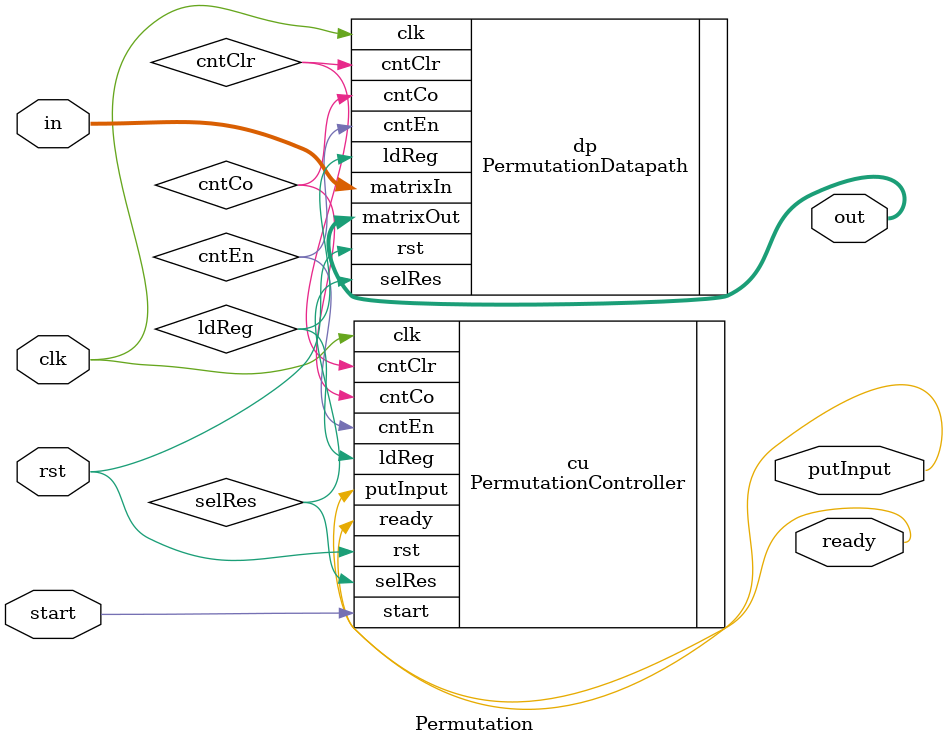
<source format=v>
`include "permutation_controller.v"
`include "permutation_datapath.v"

module Permutation (clk, rst, start, in,
                    ready, putInput, out);
    parameter N = 5;
    parameter Count = 64;

    input clk, rst, start;
    input [(N*N)-1:0] in;
    output ready, putInput;
    output [(N*N)-1:0] out;

    wire ldReg, selRes;
    wire cntEn, cntCo, cntClr;

    PermutationController cu(
        .clk(clk),
        .rst(rst),
        .start(start),
        .ldReg(ldReg),
        .selRes(selRes),
        .cntEn(cntEn),
        .cntCo(cntCo),
        .cntClr(cntClr),
        .ready(ready),
        .putInput(putInput)
    );

    PermutationDatapath #(N, Count) dp(
        .clk(clk),
        .rst(rst),
        .ldReg(ldReg),
        .cntEn(cntEn),
        .cntClr(cntClr),
        .selRes(selRes),
        .matrixIn(in),
        .cntCo(cntCo),
        .matrixOut(out)
    );
endmodule

</source>
